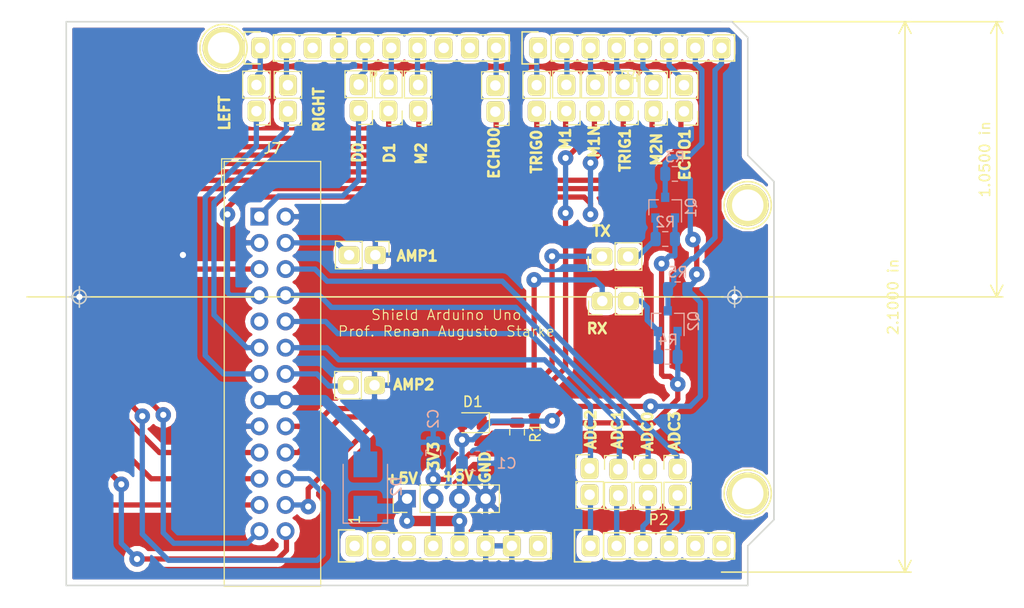
<source format=kicad_pcb>
(kicad_pcb (version 20171130) (host pcbnew 5.0.2+dfsg1-1)
  (title_block (date "lun. 30 mars 2015"))
  (layers (0 F.Cu signal) (31 B.Cu signal) (34 B.Paste user) (35 F.Paste user) (36 B.SilkS user) (37 F.SilkS user) (38 B.Mask user) (39 F.Mask user) (44 Edge.Cuts user))
  (net 0 "")
  (net 1 /IOREF)
  (net 2 /Reset)
  (net 3 +5V)
  (net 4 GND)
  (net 5 /Vin)
  (net 6 /AREF)
  (net 7 "Net-(P6-Pad1)")
  (net 8 "Net-(P7-Pad1)")
  (net 9 "Net-(P8-Pad1)")
  (net 10 "Net-(P1-Pad1)")
  (net 11 +3V3)
  (net 12 A3)
  (net 13 ADC3)
  (net 14 13)
  (net 15 12)
  (net 16 11)
  (net 17 10)
  (net 18 9)
  (net 19 8)
  (net 20 7)
  (net 21 6)
  (net 22 5)
  (net 23 4)
  (net 24 3)
  (net 25 2)
  (net 26 Tx)
  (net 27 Rx)
  (net 28 A0)
  (net 29 A1)
  (net 30 A2)
  (net 31 ADC0)
  (net 32 Trig0)
  (net 33 L_TCRT)
  (net 34 ADC1)
  (net 35 Echo0)
  (net 36 R_TCRT)
  (net 37 Echo1)
  (net 38 RXB)
  (net 39 PWM2)
  (net 40 Trig1)
  (net 41 TXB)
  (net 42 PWM1N)
  (net 43 D0)
  (net 44 D1)
  (net 45 ADC2)
  (net 46 PWM1)
  (net 47 PWM2N)
  (net 48 AMP1)
  (net 49 AMP2)
  (net 50 "A5(SCL)")
  (net 51 "A4(SDA)")
  (net 52 "Net-(D1-Pad1)")
  (net 53 "Net-(J17-Pad2)")
  (net 54 "Net-(J18-Pad2)")
  (net 55 +5VP)
  (net 56 "Net-(J7-Pad9)")
  (module Connector_IDC:IDC-Header_2x13_P2.54mm_Vertical (layer F.Cu) (at 129.70764 91.91752)
    (fp_text reference J7 (at 1.27 -6.604) (layer F.SilkS))
    (fp_text value Conn_02x13_Odd_Even)
    (pad 1 thru_hole rect (at 0 0) (size 1.7272 1.7272) (drill 1.016) (layers *.Cu *.Mask) (net 43 D0))
    (pad 2 thru_hole oval (at 2.54 0) (size 1.7272 1.7272) (drill 1.016) (layers *.Cu *.Mask) (net 4 GND))
    (pad 3 thru_hole oval (at 0 2.54) (size 1.7272 1.7272) (drill 1.016) (layers *.Cu *.Mask) (net 4 GND))
    (pad 4 thru_hole oval (at 2.54 2.54) (size 1.7272 1.7272) (drill 1.016) (layers *.Cu *.Mask) (net 48 AMP1))
    (pad 5 thru_hole oval (at 0 5.08) (size 1.7272 1.7272) (drill 1.016) (layers *.Cu *.Mask) (net 37 Echo1))
    (pad 6 thru_hole oval (at 2.54 5.08) (size 1.7272 1.7272) (drill 1.016) (layers *.Cu *.Mask) (net 13 ADC3))
    (pad 7 thru_hole oval (at 0 7.62) (size 1.7272 1.7272) (drill 1.016) (layers *.Cu *.Mask) (net 40 Trig1))
    (pad 8 thru_hole oval (at 2.54 7.62) (size 1.7272 1.7272) (drill 1.016) (layers *.Cu *.Mask) (net 31 ADC0))
    (pad 9 thru_hole oval (at 0 10.16) (size 1.7272 1.7272) (drill 1.016) (layers *.Cu *.Mask) (net 56 "Net-(J7-Pad9)"))
    (pad 10 thru_hole oval (at 2.54 10.16) (size 1.7272 1.7272) (drill 1.016) (layers *.Cu *.Mask) (net 34 ADC1))
    (pad 11 thru_hole oval (at 0 12.7) (size 1.7272 1.7272) (drill 1.016) (layers *.Cu *.Mask) (net 36 R_TCRT))
    (pad 12 thru_hole oval (at 2.54 12.7) (size 1.7272 1.7272) (drill 1.016) (layers *.Cu *.Mask) (net 45 ADC2))
    (pad 13 thru_hole oval (at 0 15.24) (size 1.7272 1.7272) (drill 1.016) (layers *.Cu *.Mask) (net 33 L_TCRT))
    (pad 14 thru_hole oval (at 2.54 15.24) (size 1.7272 1.7272) (drill 1.016) (layers *.Cu *.Mask) (net 49 AMP2))
    (pad 15 thru_hole oval (at 0 17.78) (size 1.7272 1.7272) (drill 1.016) (layers *.Cu *.Mask) (net 55 +5VP))
    (pad 16 thru_hole oval (at 2.54 17.78) (size 1.7272 1.7272) (drill 1.016) (layers *.Cu *.Mask) (net 55 +5VP))
    (pad 17 thru_hole oval (at 0 20.32) (size 1.7272 1.7272) (drill 1.016) (layers *.Cu *.Mask) (net 4 GND))
    (pad 18 thru_hole oval (at 2.54 20.32) (size 1.7272 1.7272) (drill 1.016) (layers *.Cu *.Mask) (net 41 TXB))
    (pad 19 thru_hole oval (at 0 22.86) (size 1.7272 1.7272) (drill 1.016) (layers *.Cu *.Mask) (net 32 Trig0))
    (pad 20 thru_hole oval (at 2.54 22.86) (size 1.7272 1.7272) (drill 1.016) (layers *.Cu *.Mask) (net 38 RXB))
    (pad 21 thru_hole oval (at 0 25.4) (size 1.7272 1.7272) (drill 1.016) (layers *.Cu *.Mask) (net 35 Echo0))
    (pad 22 thru_hole oval (at 2.54 25.4) (size 1.7272 1.7272) (drill 1.016) (layers *.Cu *.Mask) (net 46 PWM1))
    (pad 23 thru_hole oval (at 0 27.94) (size 1.7272 1.7272) (drill 1.016) (layers *.Cu *.Mask) (net 44 D1))
    (pad 24 thru_hole oval (at 2.54 27.94) (size 1.7272 1.7272) (drill 1.016) (layers *.Cu *.Mask) (net 42 PWM1N))
    (pad 25 thru_hole oval (at 0 30.48) (size 1.7272 1.7272) (drill 1.016) (layers *.Cu *.Mask) (net 47 PWM2N))
    (pad 26 thru_hole oval (at 2.54 30.48) (size 1.7272 1.7272) (drill 1.016) (layers *.Cu *.Mask) (net 39 PWM2))
  )
  (module Diode_SMD:D_SMB (layer B.Cu) (at 139.9794 118.0719 90)
    (fp_text reference D2 (at 0 3 90) (layer B.SilkS) (effects (justify mirror)))
    (fp_text value D_Schottky)
    (pad 1 smd rect (at -2.15 0 90) (size 2.5 2.3) (layers B.Cu B.Paste B.Mask) (net 3 +5V))
    (pad 2 smd rect (at 2.15 0 90) (size 2.5 2.3) (layers B.Cu B.Paste B.Mask) (net 55 +5VP))
  )
  (module Connector_PinHeader_2.54mm:PinHeader_1x02_P2.54mm_Vertical (layer F.Cu) (at 162.908 95.785 90)
    (fp_text reference J17 hide)
    (fp_text value Conn_01x02_Male)
    (pad 2 thru_hole roundrect (at 0 2.54 90) (size 1.7272 2.032) (drill 1.016) (layers *.Cu *.Mask F.SilkS) (net 53 "Net-(J17-Pad2)"))
    (pad 1 thru_hole roundrect (at 0 0 90) (size 1.7272 2.032) (drill 1.016) (layers *.Cu *.Mask F.SilkS) (net 38 RXB))
  )
  (module Connector_PinHeader_2.54mm:PinHeader_1x02_P2.54mm_Vertical (layer F.Cu) (at 159.458 81.685 180)
    (fp_text reference J21 hide)
    (fp_text value Conn_01x02_Male)
    (pad 1 thru_hole roundrect (at 0 0 180) (size 1.7272 2.032) (drill 1.016) (layers *.Cu *.Mask F.SilkS) (net 46 PWM1))
    (pad 2 thru_hole roundrect (at 0 2.54 180) (size 1.7272 2.032) (drill 1.016) (layers *.Cu *.Mask F.SilkS) (net 21 6))
  )
  (module Connector_PinHeader_2.54mm:PinHeader_1x02_P2.54mm_Vertical (layer F.Cu) (at 145.098 81.695 180)
    (fp_text reference J19 hide)
    (fp_text value Conn_01x02_Male)
    (pad 2 thru_hole roundrect (at 0 2.54 180) (size 1.7272 2.032) (drill 1.016) (layers *.Cu *.Mask F.SilkS) (net 16 11))
    (pad 1 thru_hole roundrect (at 0 0 180) (size 1.7272 2.032) (drill 1.016) (layers *.Cu *.Mask F.SilkS) (net 39 PWM2))
  )
  (module Connector_PinHeader_2.54mm:PinHeader_1x02_P2.54mm_Vertical (layer F.Cu) (at 170.858 81.715 180)
    (fp_text reference J10 hide)
    (fp_text value Conn_01x02_Male)
    (pad 1 thru_hole roundrect (at 0 0 180) (size 1.7272 2.032) (drill 1.016) (layers *.Cu *.Mask F.SilkS) (net 37 Echo1))
    (pad 2 thru_hole roundrect (at 0 2.54 180) (size 1.7272 2.032) (drill 1.016) (layers *.Cu *.Mask F.SilkS) (net 25 2))
  )
  (module Connector_PinHeader_2.54mm:PinHeader_1x02_P2.54mm_Vertical (layer F.Cu) (at 167.358 116.405)
    (fp_text reference J1 hide)
    (fp_text value Conn_01x02_Male)
    (pad 2 thru_hole roundrect (at 0 2.54) (size 1.7272 2.032) (drill 1.016) (layers *.Cu *.Mask F.SilkS) (net 30 A2))
    (pad 1 thru_hole roundrect (at 0 0) (size 1.7272 2.032) (drill 1.016) (layers *.Cu *.Mask F.SilkS) (net 31 ADC0))
  )
  (module Connector_PinHeader_2.54mm:PinHeader_1x02_P2.54mm_Vertical (layer F.Cu) (at 164.488 116.405)
    (fp_text reference J2 hide)
    (fp_text value Conn_01x02_Male)
    (pad 1 thru_hole roundrect (at 0 0) (size 1.7272 2.032) (drill 1.016) (layers *.Cu *.Mask F.SilkS) (net 34 ADC1))
    (pad 2 thru_hole roundrect (at 0 2.54) (size 1.7272 2.032) (drill 1.016) (layers *.Cu *.Mask F.SilkS) (net 29 A1))
  )
  (module Connector_PinHeader_2.54mm:PinHeader_1x02_P2.54mm_Vertical (layer F.Cu) (at 161.718 116.325)
    (fp_text reference J3 hide)
    (fp_text value Conn_01x02_Male)
    (pad 2 thru_hole roundrect (at 0 2.54) (size 1.7272 2.032) (drill 1.016) (layers *.Cu *.Mask F.SilkS) (net 28 A0))
    (pad 1 thru_hole roundrect (at 0 0) (size 1.7272 2.032) (drill 1.016) (layers *.Cu *.Mask F.SilkS) (net 45 ADC2))
  )
  (module Connector_PinHeader_2.54mm:PinHeader_1x02_P2.54mm_Vertical (layer F.Cu) (at 170.248 116.395)
    (fp_text reference J4 hide)
    (fp_text value Conn_01x02_Male)
    (pad 1 thru_hole roundrect (at 0 0) (size 1.7272 2.032) (drill 1.016) (layers *.Cu *.Mask F.SilkS) (net 13 ADC3))
    (pad 2 thru_hole roundrect (at 0 2.54) (size 1.7272 2.032) (drill 1.016) (layers *.Cu *.Mask F.SilkS) (net 12 A3))
  )
  (module Connector_PinHeader_2.54mm:PinHeader_1x02_P2.54mm_Vertical (layer F.Cu) (at 140.948 95.645 270)
    (fp_text reference J5 hide)
    (fp_text value Conn_01x02_Male)
    (pad 2 thru_hole roundrect (at 0 2.54 270) (size 1.7272 2.032) (drill 1.016) (layers *.Cu *.Mask F.SilkS) (net 48 AMP1))
    (pad 1 thru_hole roundrect (at 0 0 270) (size 1.7272 2.032) (drill 1.016) (layers *.Cu *.Mask F.SilkS) (net 4 GND))
  )
  (module Connector_PinHeader_2.54mm:PinHeader_1x02_P2.54mm_Vertical (layer F.Cu) (at 140.868 108.255 270)
    (fp_text reference J6 hide)
    (fp_text value Conn_01x02_Male)
    (pad 1 thru_hole roundrect (at 0 0 270) (size 1.7272 2.032) (drill 1.016) (layers *.Cu *.Mask F.SilkS) (net 4 GND))
    (pad 2 thru_hole roundrect (at 0 2.54 270) (size 1.7272 2.032) (drill 1.016) (layers *.Cu *.Mask F.SilkS) (net 49 AMP2))
  )
  (module Connector_PinHeader_2.54mm:PinHeader_1x02_P2.54mm_Vertical (layer F.Cu) (at 132.478 81.715 180)
    (fp_text reference J8 hide)
    (fp_text value Conn_01x02_Male)
    (pad 2 thru_hole roundrect (at 0 2.54 180) (size 1.7272 2.032) (drill 1.016) (layers *.Cu *.Mask F.SilkS) (net 51 "A4(SDA)"))
    (pad 1 thru_hole roundrect (at 0 0 180) (size 1.7272 2.032) (drill 1.016) (layers *.Cu *.Mask F.SilkS) (net 36 R_TCRT))
  )
  (module Connector_PinHeader_2.54mm:PinHeader_1x02_P2.54mm_Vertical (layer F.Cu) (at 129.428 81.695 180)
    (fp_text reference J9 hide)
    (fp_text value Conn_01x02_Male)
    (pad 1 thru_hole roundrect (at 0 0 180) (size 1.7272 2.032) (drill 1.016) (layers *.Cu *.Mask F.SilkS) (net 33 L_TCRT))
    (pad 2 thru_hole roundrect (at 0 2.54 180) (size 1.7272 2.032) (drill 1.016) (layers *.Cu *.Mask F.SilkS) (net 50 "A5(SCL)"))
  )
  (module Connector_PinHeader_2.54mm:PinHeader_1x02_P2.54mm_Vertical (layer F.Cu) (at 152.578 81.745 180)
    (fp_text reference J11 hide)
    (fp_text value Conn_01x02_Male)
    (pad 2 thru_hole roundrect (at 0 2.54 180) (size 1.7272 2.032) (drill 1.016) (layers *.Cu *.Mask F.SilkS) (net 19 8))
    (pad 1 thru_hole roundrect (at 0 0 180) (size 1.7272 2.032) (drill 1.016) (layers *.Cu *.Mask F.SilkS) (net 35 Echo0))
  )
  (module Connector_PinHeader_2.54mm:PinHeader_1x02_P2.54mm_Vertical (layer F.Cu) (at 156.588 81.715 180)
    (fp_text reference J12 hide)
    (fp_text value Conn_01x02_Male)
    (pad 1 thru_hole roundrect (at 0 0 180) (size 1.7272 2.032) (drill 1.016) (layers *.Cu *.Mask F.SilkS) (net 32 Trig0))
    (pad 2 thru_hole roundrect (at 0 2.54 180) (size 1.7272 2.032) (drill 1.016) (layers *.Cu *.Mask F.SilkS) (net 20 7))
  )
  (module Connector_PinHeader_2.54mm:PinHeader_1x02_P2.54mm_Vertical (layer F.Cu) (at 165.098 81.665 180)
    (fp_text reference J13 hide)
    (fp_text value Conn_01x02_Male)
    (pad 2 thru_hole roundrect (at 0 2.54 180) (size 1.7272 2.032) (drill 1.016) (layers *.Cu *.Mask F.SilkS) (net 23 4))
    (pad 1 thru_hole roundrect (at 0 0 180) (size 1.7272 2.032) (drill 1.016) (layers *.Cu *.Mask F.SilkS) (net 40 Trig1))
  )
  (module Connector_PinHeader_2.54mm:PinHeader_1x02_P2.54mm_Vertical (layer F.Cu) (at 139.338 81.655 180)
    (fp_text reference J14 hide)
    (fp_text value Conn_01x02_Male)
    (pad 1 thru_hole roundrect (at 0 0 180) (size 1.7272 2.032) (drill 1.016) (layers *.Cu *.Mask F.SilkS) (net 43 D0))
    (pad 2 thru_hole roundrect (at 0 2.54 180) (size 1.7272 2.032) (drill 1.016) (layers *.Cu *.Mask F.SilkS) (net 14 13))
  )
  (module Connector_PinHeader_2.54mm:PinHeader_1x02_P2.54mm_Vertical (layer F.Cu) (at 167.918 81.715 180)
    (fp_text reference J15 hide)
    (fp_text value Conn_01x02_Male)
    (pad 2 thru_hole roundrect (at 0 2.54 180) (size 1.7272 2.032) (drill 1.016) (layers *.Cu *.Mask F.SilkS) (net 24 3))
    (pad 1 thru_hole roundrect (at 0 0 180) (size 1.7272 2.032) (drill 1.016) (layers *.Cu *.Mask F.SilkS) (net 47 PWM2N))
  )
  (module Connector_PinHeader_2.54mm:PinHeader_1x02_P2.54mm_Vertical (layer F.Cu) (at 142.218 81.675 180)
    (fp_text reference J16 hide)
    (fp_text value Conn_01x02_Male)
    (pad 1 thru_hole roundrect (at 0 0 180) (size 1.7272 2.032) (drill 1.016) (layers *.Cu *.Mask F.SilkS) (net 44 D1))
    (pad 2 thru_hole roundrect (at 0 2.54 180) (size 1.7272 2.032) (drill 1.016) (layers *.Cu *.Mask F.SilkS) (net 15 12))
  )
  (module Connector_PinHeader_2.54mm:PinHeader_1x02_P2.54mm_Vertical (layer F.Cu) (at 162.938 100.095 90)
    (fp_text reference J18 hide)
    (fp_text value Conn_01x02_Male)
    (pad 2 thru_hole roundrect (at 0 2.54 90) (size 1.7272 2.032) (drill 1.016) (layers *.Cu *.Mask F.SilkS) (net 54 "Net-(J18-Pad2)"))
    (pad 1 thru_hole roundrect (at 0 0 90) (size 1.7272 2.032) (drill 1.016) (layers *.Cu *.Mask F.SilkS) (net 41 TXB))
  )
  (module Connector_PinHeader_2.54mm:PinHeader_1x02_P2.54mm_Vertical (layer F.Cu) (at 162.258 81.685 180)
    (fp_text reference J20 hide)
    (fp_text value Conn_01x02_Male)
    (pad 1 thru_hole roundrect (at 0 0 180) (size 1.7272 2.032) (drill 1.016) (layers *.Cu *.Mask F.SilkS) (net 42 PWM1N))
    (pad 2 thru_hole roundrect (at 0 2.54 180) (size 1.7272 2.032) (drill 1.016) (layers *.Cu *.Mask F.SilkS) (net 22 5))
  )
  (module Package_TO_SOT_SMD:SOT-23 (layer B.Cu) (at 169.038 91.045 90)
    (fp_text reference Q1 (at 0 2.5 90) (layer B.SilkS) (effects (justify mirror)))
    (fp_text value 2N7002)
    (pad 3 smd rect (at 1 0 90) (size 0.9 0.8) (layers B.Cu B.Paste B.Mask) (net 26 Tx))
    (pad 2 smd rect (at -1 -0.95 90) (size 0.9 0.8) (layers B.Cu B.Paste B.Mask) (net 53 "Net-(J17-Pad2)"))
    (pad 1 smd rect (at -1 0.95 90) (size 0.9 0.8) (layers B.Cu B.Paste B.Mask) (net 11 +3V3))
  )
  (module Package_TO_SOT_SMD:SOT-23 (layer B.Cu) (at 169.288 102.045 90)
    (fp_text reference Q2 (at 0 2.5 90) (layer B.SilkS) (effects (justify mirror)))
    (fp_text value 2N7002)
    (pad 1 smd rect (at -1 0.95 90) (size 0.9 0.8) (layers B.Cu B.Paste B.Mask) (net 11 +3V3))
    (pad 2 smd rect (at -1 -0.95 90) (size 0.9 0.8) (layers B.Cu B.Paste B.Mask) (net 54 "Net-(J18-Pad2)"))
    (pad 3 smd rect (at 1 0 90) (size 0.9 0.8) (layers B.Cu B.Paste B.Mask) (net 27 Rx))
  )
  (module Resistor_SMD:R_0805_2012Metric (layer B.Cu) (at 169.3055 105.505 180)
    (fp_text reference R4 (at 0 1.65 180) (layer B.SilkS) (effects (justify mirror)))
    (fp_text value 2k2)
    (pad 2 smd roundrect (at 0.9375 0 180) (size 0.975 1.4) (layers B.Cu B.Paste B.Mask) (net 54 "Net-(J18-Pad2)"))
    (pad 1 smd roundrect (at -0.9375 0 180) (size 0.975 1.4) (layers B.Cu B.Paste B.Mask) (net 11 +3V3))
  )
  (module Resistor_SMD:R_0805_2012Metric (layer B.Cu) (at 169.978 87.775 180)
    (fp_text reference R3 (at 0 1.65 180) (layer B.SilkS) (effects (justify mirror)))
    (fp_text value 2k2)
    (pad 1 smd roundrect (at -0.9375 0 180) (size 0.975 1.4) (layers B.Cu B.Paste B.Mask) (net 3 +5V))
    (pad 2 smd roundrect (at 0.9375 0 180) (size 0.975 1.4) (layers B.Cu B.Paste B.Mask) (net 26 Tx))
  )
  (module Resistor_SMD:R_0805_2012Metric (layer B.Cu) (at 169.0455 94.085 180)
    (fp_text reference R2 (at 0 1.65 180) (layer B.SilkS) (effects (justify mirror)))
    (fp_text value 2k2)
    (pad 2 smd roundrect (at 0.9375 0 180) (size 0.975 1.4) (layers B.Cu B.Paste B.Mask) (net 53 "Net-(J17-Pad2)"))
    (pad 1 smd roundrect (at -0.9375 0 180) (size 0.975 1.4) (layers B.Cu B.Paste B.Mask) (net 11 +3V3))
  )
  (module Resistor_SMD:R_0805_2012Metric (layer B.Cu) (at 170.2505 98.955 180)
    (fp_text reference R5 (at 0 1.65 180) (layer B.SilkS) (effects (justify mirror)))
    (fp_text value 2k2)
    (pad 1 smd roundrect (at -0.9375 0 180) (size 0.975 1.4) (layers B.Cu B.Paste B.Mask) (net 3 +5V))
    (pad 2 smd roundrect (at 0.9375 0 180) (size 0.975 1.4) (layers B.Cu B.Paste B.Mask) (net 27 Rx))
  )
  (module Capacitor_SMD:C_0805_2012Metric_Pad1.15x1.40mm_HandSolder (layer B.Cu) (at 150.368 115.824)
    (fp_text reference C1 (at 3.302 0) (layer B.SilkS) (effects (justify mirror)))
    (fp_text value 100n)
    (pad 1 smd roundrect (at -1.025 0) (size 1.15 1.4) (layers B.Cu B.Paste B.Mask) (roundrect_rratio 0.217391) (net 3 +5V))
    (pad 2 smd roundrect (at 1.025 0) (size 1.15 1.4) (layers B.Cu B.Paste B.Mask) (roundrect_rratio 0.217391) (net 4 GND))
  )
  (module LED_SMD:LED_0805_2012Metric (layer F.Cu) (at 150.3195 111.887 180)
    (fp_text reference D1 (at -0.0739 2.032 180) (layer F.SilkS))
    (fp_text value LED)
    (pad 1 smd roundrect (at -0.9375 0 180) (size 0.975 1.4) (layers F.Cu F.Paste F.Mask) (net 52 "Net-(D1-Pad1)"))
    (pad 2 smd roundrect (at 0.9375 0 180) (size 0.975 1.4) (layers F.Cu F.Paste F.Mask) (net 3 +5V))
  )
  (module Resistor_SMD:R_0805_2012Metric (layer F.Cu) (at 154.686 112.8245 270)
    (fp_text reference R1 (at 0.0277 -1.778 270) (layer F.SilkS))
    (fp_text value R)
    (pad 1 smd roundrect (at -0.9375 0 270) (size 0.975 1.4) (layers F.Cu F.Paste F.Mask) (net 52 "Net-(D1-Pad1)"))
    (pad 2 smd roundrect (at 0.9375 0 270) (size 0.975 1.4) (layers F.Cu F.Paste F.Mask) (net 4 GND))
  )
  (module Connector_PinHeader_2.54mm:PinHeader_1x04_P2.54mm_Vertical (layer F.Cu) (at 144.018 119.253 90)
    (fp_text reference J23 hide)
    (fp_text value Conn_01x04_Male)
    (pad 1 thru_hole rect (at 0 0 90) (size 1.7 1.7) (drill 1) (layers *.Cu *.Mask) (net 3 +5V))
    (pad 2 thru_hole circle (at 0 2.54 90) (size 2 2) (drill 1) (layers *.Cu *.Mask) (net 11 +3V3))
    (pad 3 thru_hole circle (at 0 5.08 90) (size 2 2) (drill 1) (layers *.Cu *.Mask) (net 3 +5V))
    (pad 4 thru_hole circle (at 0 7.62 90) (size 2 2) (drill 1) (layers *.Cu *.Mask) (net 4 GND))
  )
  (module Capacitor_SMD:C_0805_2012Metric_Pad1.15x1.40mm_HandSolder (layer B.Cu) (at 146.558 114.808 90)
    (fp_text reference C2 (at 3.302 0 90) (layer B.SilkS) (effects (justify mirror)))
    (fp_text value 100n)
    (pad 1 smd roundrect (at -1.025 0 90) (size 1.15 1.4) (layers B.Cu B.Paste B.Mask) (roundrect_rratio 0.217391) (net 11 +3V3))
    (pad 2 smd roundrect (at 1.025 0 90) (size 1.15 1.4) (layers B.Cu B.Paste B.Mask) (roundrect_rratio 0.217391) (net 4 GND))
  )
  (module Socket_Arduino_Uno:Arduino_1pin (layer F.Cu) (at 177.038 90.805)
    (fp_text reference P8 hide)
    (fp_text value CONN_01X01 hide)
    (pad 1 thru_hole circle (at 0 0) (size 4.064 4.064) (drill 3.048) (layers *.Cu *.Mask F.SilkS) (net 9 "Net-(P8-Pad1)"))
  )
  (module Socket_Arduino_Uno:Arduino_1pin (layer F.Cu) (at 126.238 75.565)
    (fp_text reference P7 hide)
    (fp_text value CONN_01X01 hide)
    (pad 1 thru_hole circle (at 0 0) (size 4.064 4.064) (drill 3.048) (layers *.Cu *.Mask F.SilkS) (net 8 "Net-(P7-Pad1)"))
  )
  (module Socket_Arduino_Uno:Arduino_1pin (layer F.Cu) (at 177.038 118.745)
    (fp_text reference P6 hide)
    (fp_text value CONN_01X01 hide)
    (pad 1 thru_hole circle (at 0 0) (size 4.064 4.064) (drill 3.048) (layers *.Cu *.Mask F.SilkS) (net 7 "Net-(P6-Pad1)"))
  )
  (module Socket_Arduino_Uno:Socket_Strip_Arduino_1x08 (layer F.Cu) (at 156.718 75.565)
    (fp_text reference P4 (at 8.89 2.794) (layer F.SilkS))
    (fp_text value Digital)
    (pad 1 thru_hole roundrect (at 0 0) (size 1.7272 2.032) (drill 1.016) (layers *.Cu *.Mask F.SilkS) (net 20 7))
    (pad 2 thru_hole roundrect (at 2.54 0) (size 1.7272 2.032) (drill 1.016) (layers *.Cu *.Mask F.SilkS) (net 21 6))
    (pad 3 thru_hole roundrect (at 5.08 0) (size 1.7272 2.032) (drill 1.016) (layers *.Cu *.Mask F.SilkS) (net 22 5))
    (pad 4 thru_hole roundrect (at 7.62 0) (size 1.7272 2.032) (drill 1.016) (layers *.Cu *.Mask F.SilkS) (net 23 4))
    (pad 5 thru_hole roundrect (at 10.16 0) (size 1.7272 2.032) (drill 1.016) (layers *.Cu *.Mask F.SilkS) (net 24 3))
    (pad 6 thru_hole roundrect (at 12.7 0) (size 1.7272 2.032) (drill 1.016) (layers *.Cu *.Mask F.SilkS) (net 25 2))
    (pad 7 thru_hole roundrect (at 15.24 0) (size 1.7272 2.032) (drill 1.016) (layers *.Cu *.Mask F.SilkS) (net 26 Tx))
    (pad 8 thru_hole roundrect (at 17.78 0) (size 1.7272 2.032) (drill 1.016) (layers *.Cu *.Mask F.SilkS) (net 27 Rx))
  )
  (module Socket_Arduino_Uno:Socket_Strip_Arduino_1x10 (layer F.Cu) (at 129.794 75.565)
    (fp_text reference P3 (at 11.43 2.794) (layer F.SilkS))
    (fp_text value Digital)
    (pad 1 thru_hole roundrect (at 0 0) (size 1.7272 2.032) (drill 1.016) (layers *.Cu *.Mask F.SilkS) (net 50 "A5(SCL)"))
    (pad 2 thru_hole roundrect (at 2.54 0) (size 1.7272 2.032) (drill 1.016) (layers *.Cu *.Mask F.SilkS) (net 51 "A4(SDA)"))
    (pad 3 thru_hole roundrect (at 5.08 0) (size 1.7272 2.032) (drill 1.016) (layers *.Cu *.Mask F.SilkS) (net 6 /AREF))
    (pad 4 thru_hole roundrect (at 7.62 0) (size 1.7272 2.032) (drill 1.016) (layers *.Cu *.Mask F.SilkS) (net 4 GND))
    (pad 5 thru_hole roundrect (at 10.16 0) (size 1.7272 2.032) (drill 1.016) (layers *.Cu *.Mask F.SilkS) (net 14 13))
    (pad 6 thru_hole roundrect (at 12.7 0) (size 1.7272 2.032) (drill 1.016) (layers *.Cu *.Mask F.SilkS) (net 15 12))
    (pad 7 thru_hole roundrect (at 15.24 0) (size 1.7272 2.032) (drill 1.016) (layers *.Cu *.Mask F.SilkS) (net 16 11))
    (pad 8 thru_hole roundrect (at 17.78 0) (size 1.7272 2.032) (drill 1.016) (layers *.Cu *.Mask F.SilkS) (net 17 10))
    (pad 9 thru_hole roundrect (at 20.32 0) (size 1.7272 2.032) (drill 1.016) (layers *.Cu *.Mask F.SilkS) (net 18 9))
    (pad 10 thru_hole roundrect (at 22.86 0) (size 1.7272 2.032) (drill 1.016) (layers *.Cu *.Mask F.SilkS) (net 19 8))
  )
  (module Socket_Arduino_Uno:Socket_Strip_Arduino_1x06 (layer F.Cu) (at 161.798 123.825)
    (fp_text reference P2 (at 6.604 -2.54) (layer F.SilkS))
    (fp_text value Analog)
    (pad 1 thru_hole roundrect (at 0 0) (size 1.7272 2.032) (drill 1.016) (layers *.Cu *.Mask F.SilkS) (net 28 A0))
    (pad 2 thru_hole roundrect (at 2.54 0) (size 1.7272 2.032) (drill 1.016) (layers *.Cu *.Mask F.SilkS) (net 29 A1))
    (pad 3 thru_hole roundrect (at 5.08 0) (size 1.7272 2.032) (drill 1.016) (layers *.Cu *.Mask F.SilkS) (net 30 A2))
    (pad 4 thru_hole roundrect (at 7.62 0) (size 1.7272 2.032) (drill 1.016) (layers *.Cu *.Mask F.SilkS) (net 12 A3))
    (pad 5 thru_hole roundrect (at 10.16 0) (size 1.7272 2.032) (drill 1.016) (layers *.Cu *.Mask F.SilkS) (net 51 "A4(SDA)"))
    (pad 6 thru_hole roundrect (at 12.7 0) (size 1.7272 2.032) (drill 1.016) (layers *.Cu *.Mask F.SilkS) (net 50 "A5(SCL)"))
  )
  (module Socket_Arduino_Uno:Socket_Strip_Arduino_1x08 (layer F.Cu) (at 138.938 123.825)
    (fp_text reference P1 hide)
    (fp_text value Power)
    (pad 1 thru_hole roundrect (at 0 0) (size 1.7272 2.032) (drill 1.016) (layers *.Cu *.Mask F.SilkS) (net 10 "Net-(P1-Pad1)"))
    (pad 2 thru_hole roundrect (at 2.54 0) (size 1.7272 2.032) (drill 1.016) (layers *.Cu *.Mask F.SilkS) (net 1 /IOREF))
    (pad 3 thru_hole roundrect (at 5.08 0) (size 1.7272 2.032) (drill 1.016) (layers *.Cu *.Mask F.SilkS) (net 2 /Reset))
    (pad 4 thru_hole roundrect (at 7.62 0) (size 1.7272 2.032) (drill 1.016) (layers *.Cu *.Mask F.SilkS) (net 11 +3V3))
    (pad 5 thru_hole roundrect (at 10.16 0) (size 1.7272 2.032) (drill 1.016) (layers *.Cu *.Mask F.SilkS) (net 3 +5V))
    (pad 6 thru_hole roundrect (at 12.7 0) (size 1.7272 2.032) (drill 1.016) (layers *.Cu *.Mask F.SilkS) (net 4 GND))
    (pad 7 thru_hole roundrect (at 15.24 0) (size 1.7272 2.032) (drill 1.016) (layers *.Cu *.Mask F.SilkS) (net 4 GND))
    (pad 8 thru_hole roundrect (at 17.78 0) (size 1.7272 2.032) (drill 1.016) (layers *.Cu *.Mask F.SilkS) (net 5 /Vin))
  )
  (gr_text "Shield Arduino Uno\nProf. Renan Augusto Starke" (at 147.828 102.235) (layer F.SilkS) (effects (font (size 1 1) (thickness 0.1))))
  (gr_text GND (at 151.5872 116.205 90) (layer F.SilkS) (effects (font (size 1 1) (thickness 0.25))))
  (gr_text +5V (at 148.9456 117.0178) (layer F.SilkS) (effects (font (size 1 1) (thickness 0.25))))
  (gr_text 3V3 (at 146.5961 115.1382 90) (layer F.SilkS) (effects (font (size 1 1) (thickness 0.25))))
  (gr_text +5V (at 143.51 117.2718) (layer F.SilkS) (effects (font (size 1 1) (thickness 0.25))))
  (gr_text ADC3 (at 169.9514 112.6998 90) (layer F.SilkS) (effects (font (size 1 1) (thickness 0.25))))
  (gr_text ADC0 (at 167.3352 112.7252 90) (layer F.SilkS) (effects (font (size 1 1) (thickness 0.25))))
  (gr_text ADC1 (at 164.4142 112.5474 90) (layer F.SilkS) (effects (font (size 1 1) (thickness 0.25))))
  (gr_text ADC2 (at 161.8234 112.5474 90) (layer F.SilkS) (effects (font (size 1 1) (thickness 0.25))))
  (gr_text M1N (at 162.1536 84.6328 90) (layer F.SilkS) (effects (font (size 1 1) (thickness 0.25))))
  (gr_text M1 (at 159.3596 84.3788 90) (layer F.SilkS) (effects (font (size 1 1) (thickness 0.25))))
  (gr_text LEFT (at 126.32944 81.87944 90) (layer F.SilkS) (effects (font (size 1 1) (thickness 0.25))))
  (gr_text RIGHT (at 135.46836 81.54924 90) (layer F.SilkS) (effects (font (size 1 1) (thickness 0.25))))
  (gr_text D0 (at 139.2555 85.7123 90) (layer F.SilkS) (effects (font (size 1 1) (thickness 0.25))))
  (gr_text D1 (at 142.3162 85.7504 90) (layer F.SilkS) (effects (font (size 1 1) (thickness 0.25))))
  (gr_text M2 (at 145.3896 85.8012 90) (layer F.SilkS) (effects (font (size 1 1) (thickness 0.25))))
  (gr_text TRIG0 (at 156.5656 85.6234 90) (layer F.SilkS) (effects (font (size 1 1) (thickness 0.25))))
  (gr_text ECHO0 (at 152.4508 85.7504 90) (layer F.SilkS) (effects (font (size 1 1) (thickness 0.25))))
  (gr_text TRIG1 (at 165.1508 85.471 90) (layer F.SilkS) (effects (font (size 1 1) (thickness 0.25))))
  (gr_text M2N (at 168.1988 85.3948 90) (layer F.SilkS) (effects (font (size 1 1) (thickness 0.25))))
  (gr_text ECHO1 (at 170.942 85.9028 90) (layer F.SilkS) (effects (font (size 1 1) (thickness 0.25))))
  (gr_text RX (at 162.433 102.7684) (layer F.SilkS) (effects (font (size 1 1) (thickness 0.25))))
  (gr_text TX (at 162.8648 93.3196) (layer F.SilkS) (effects (font (size 1 1) (thickness 0.25))))
  (gr_text AMP2 (at 144.6784 108.204) (layer F.SilkS) (effects (font (size 1 1) (thickness 0.25))))
  (gr_text AMP1 (at 145.0086 95.7326) (layer F.SilkS) (effects (font (size 1 1) (thickness 0.25))))
  (target plus (at 112.268 99.695) (size 2) (width 0.15) (layer Edge.Cuts))
  (target plus (at 175.768 99.695) (size 2) (width 0.15) (layer Edge.Cuts))
  (gr_line (start 177.038 99.695) (end 107.188 99.695) (layer F.SilkS) (width 0.15))
  (dimension 26.67 (width 0.15) (layer F.SilkS) (gr_text "26.670 mm" (at 202.468 86.36 270) (layer F.SilkS) (effects (font (size 1 1) (thickness 0.15)))) (feature1 (pts (xy 174.498 99.695) (xy 201.754421 99.695))) (feature2 (pts (xy 174.498 73.025) (xy 201.754421 73.025))) (crossbar (pts (xy 201.168 73.025) (xy 201.168 99.695))) (arrow1a (pts (xy 201.168 99.695) (xy 200.581579 98.568496))) (arrow1b (pts (xy 201.168 99.695) (xy 201.754421 98.568496))) (arrow2a (pts (xy 201.168 73.025) (xy 200.581579 74.151504))) (arrow2b (pts (xy 201.168 73.025) (xy 201.754421 74.151504))))
  (dimension 53.34 (width 0.15) (layer F.SilkS) (gr_text "53.340 mm" (at 193.578 99.695 270) (layer F.SilkS) (effects (font (size 1 1) (thickness 0.15)))) (feature1 (pts (xy 174.498 126.365) (xy 192.864421 126.365))) (feature2 (pts (xy 174.498 73.025) (xy 192.864421 73.025))) (crossbar (pts (xy 192.278 73.025) (xy 192.278 126.365))) (arrow1a (pts (xy 192.278 126.365) (xy 191.691579 125.238496))) (arrow1b (pts (xy 192.278 126.365) (xy 192.864421 125.238496))) (arrow2a (pts (xy 192.278 73.025) (xy 191.691579 74.151504))) (arrow2b (pts (xy 192.278 73.025) (xy 192.864421 74.151504))))
  (gr_line (start 179.578 88.519) (end 177.038 85.979) (angle 90) (layer Edge.Cuts) (width 0.15))
  (gr_text 1 (at 138.938 121.285 90) (layer F.SilkS) (effects (font (size 1 1))))
  (gr_line (start 177.038 74.549) (end 175.514 73.025) (angle 90) (layer Edge.Cuts) (width 0.15))
  (gr_line (start 177.038 85.979) (end 177.038 74.549) (angle 90) (layer Edge.Cuts) (width 0.15))
  (gr_line (start 179.578 121.285) (end 179.578 88.519) (angle 90) (layer Edge.Cuts) (width 0.15))
  (gr_line (start 177.038 123.825) (end 179.578 121.285) (angle 90) (layer Edge.Cuts) (width 0.15))
  (gr_line (start 177.038 127.6604) (end 177.038 123.825) (angle 90) (layer Edge.Cuts) (width 0.15))
  (gr_line (start 110.998 127.6604) (end 177.038 127.6604) (angle 90) (layer Edge.Cuts) (width 0.15))
  (gr_line (start 110.998 73.025) (end 110.998 127.6604) (angle 90) (layer Edge.Cuts) (width 0.15))
  (gr_line (start 175.514 73.025) (end 110.998 73.025) (angle 90) (layer Edge.Cuts) (width 0.15))
  (segment (start 149.098 119.253) (end 149.098 123.825) (width 0.508) (layer B.Cu) (net 3))
  (segment (start 149.098 119.253) (end 149.098 115.833) (width 0.508) (layer B.Cu) (net 3))
  (via (at 144.018 121.412) (size 1.5) (drill 0.6) (layers F.Cu B.Cu) (net 3))
  (via (at 149.098 121.412) (size 1.5) (drill 0.6) (layers F.Cu B.Cu) (net 3))
  (segment (start 149.343 115.024) (end 149.352 115.015) (width 0.508) (layer B.Cu) (net 3))
  (segment (start 149.343 115.824) (end 149.343 115.024) (width 0.508) (layer B.Cu) (net 3))
  (via (at 149.352 113.538) (size 1.5) (drill 0.6) (layers F.Cu B.Cu) (net 3))
  (segment (start 149.352 115.015) (end 149.352 113.538) (width 0.508) (layer B.Cu) (net 3))
  (segment (start 149.352 111.917) (end 149.382 111.887) (width 0.508) (layer F.Cu) (net 3))
  (segment (start 149.352 113.538) (end 149.352 111.917) (width 0.508) (layer F.Cu) (net 3))
  (segment (start 150.41266 113.538) (end 152.21566 111.735) (width 0.508) (layer B.Cu) (net 3))
  (segment (start 149.352 113.538) (end 150.41266 113.538) (width 0.508) (layer B.Cu) (net 3))
  (segment (start 152.21566 111.735) (end 157.398 111.735) (width 0.508) (layer B.Cu) (net 3))
  (via (at 158.078 111.695) (size 1.5) (drill 0.6) (layers F.Cu B.Cu) (net 3))
  (segment (start 165.408 110.305) (end 167.618 110.305) (width 0.508) (layer F.Cu) (net 3))
  (via (at 167.618 110.305) (size 1.5) (drill 0.6) (layers F.Cu B.Cu) (net 3))
  (segment (start 168.67866 110.305) (end 168.68866 110.295) (width 0.508) (layer B.Cu) (net 3))
  (segment (start 167.618 110.305) (end 168.67866 110.305) (width 0.508) (layer B.Cu) (net 3))
  (segment (start 168.68866 110.295) (end 171.458 110.295) (width 0.508) (layer B.Cu) (net 3))
  (segment (start 171.458 110.295) (end 172.448 109.305) (width 0.508) (layer B.Cu) (net 3))
  (segment (start 172.448 100.215) (end 171.188 98.955) (width 0.508) (layer B.Cu) (net 3))
  (segment (start 172.448 109.305) (end 172.448 100.215) (width 0.508) (layer B.Cu) (net 3))
  (segment (start 170.9155 87.775) (end 171.471737 88.331237) (width 0.508) (layer B.Cu) (net 3))
  (segment (start 171.744237 98.398763) (end 171.744237 98.348763) (width 0.508) (layer B.Cu) (net 3))
  (segment (start 171.188 98.955) (end 171.744237 98.398763) (width 0.508) (layer B.Cu) (net 3))
  (via (at 172.093462 97.500462) (size 1.5) (drill 0.6) (layers F.Cu B.Cu) (net 3))
  (segment (start 171.744237 98.348763) (end 172.093462 97.999538) (width 0.508) (layer B.Cu) (net 3))
  (segment (start 172.093462 97.999538) (end 172.093462 97.500462) (width 0.508) (layer B.Cu) (net 3))
  (segment (start 172.093462 97.500462) (end 172.093462 94.770462) (width 0.508) (layer F.Cu) (net 3))
  (segment (start 171.471737 88.331237) (end 171.471737 94.081263) (width 0.508) (layer B.Cu) (net 3))
  (via (at 171.728 94.135) (size 1.5) (drill 0.6) (layers F.Cu B.Cu) (net 3))
  (segment (start 159.468 110.305) (end 158.078 111.695) (width 0.508) (layer F.Cu) (net 3))
  (segment (start 159.658 110.305) (end 165.408 110.305) (width 0.508) (layer F.Cu) (net 3))
  (segment (start 159.658 110.305) (end 159.468 110.305) (width 0.508) (layer F.Cu) (net 3))
  (segment (start 143.9164 119.1514) (end 144.018 119.253) (width 1) (layer B.Cu) (net 3))
  (segment (start 144.018 119.253) (end 144.018 121.412) (width 1) (layer B.Cu) (net 3))
  (segment (start 144.018 121.412) (end 149.098 121.412) (width 1) (layer F.Cu) (net 3))
  (segment (start 149.098 121.412) (end 149.098 123.825) (width 1) (layer B.Cu) (net 3))
  (segment (start 143.0491 120.2219) (end 144.018 119.253) (width 1) (layer B.Cu) (net 3))
  (segment (start 139.9794 120.2219) (end 143.0491 120.2219) (width 1) (layer B.Cu) (net 3))
  (segment (start 151.638 123.825) (end 151.638 119.253) (width 0.508) (layer B.Cu) (net 4))
  (segment (start 151.638 115.189) (end 151.638 119.253) (width 0.508) (layer B.Cu) (net 4))
  (via (at 122.301 95.631) (size 1.5) (drill 0.6) (layers F.Cu B.Cu) (net 4))
  (via (at 112.268 99.695) (size 1.5) (drill 0.6) (layers F.Cu B.Cu) (net 4))
  (via (at 175.768 99.695) (size 1.5) (drill 0.6) (layers F.Cu B.Cu) (net 4))
  (segment (start 146.558 123.825) (end 146.558 119.253) (width 0.508) (layer B.Cu) (net 11))
  (segment (start 169.988 94.08) (end 169.983 94.085) (width 0.508) (layer B.Cu) (net 11))
  (segment (start 169.988 92.045) (end 169.988 94.08) (width 0.508) (layer B.Cu) (net 11))
  (via (at 146.558 117.375) (size 1.5) (drill 0.6) (layers F.Cu B.Cu) (net 11))
  (segment (start 146.558 117.375) (end 146.558 119.253) (width 0.508) (layer B.Cu) (net 11))
  (segment (start 146.558 115.833) (end 146.558 117.375) (width 0.508) (layer B.Cu) (net 11))
  (segment (start 147.61866 117.375) (end 147.73866 117.255) (width 0.508) (layer F.Cu) (net 11))
  (segment (start 146.558 117.375) (end 147.61866 117.375) (width 0.508) (layer F.Cu) (net 11))
  (segment (start 150.077461 114.916199) (end 157.766801 114.916199) (width 0.508) (layer F.Cu) (net 11))
  (segment (start 147.73866 117.255) (end 150.077461 114.916199) (width 0.508) (layer F.Cu) (net 11))
  (segment (start 157.766801 114.916199) (end 160.778 111.905) (width 0.508) (layer F.Cu) (net 11))
  (segment (start 160.778 111.905) (end 167.948 111.905) (width 0.508) (layer F.Cu) (net 11))
  (segment (start 167.948 111.905) (end 170.258 109.595) (width 0.508) (layer F.Cu) (net 11))
  (via (at 170.258 108.145) (size 1.5) (drill 0.6) (layers F.Cu B.Cu) (net 11))
  (segment (start 170.258 109.595) (end 170.258 108.145) (width 0.508) (layer F.Cu) (net 11))
  (segment (start 170.258 105.52) (end 170.243 105.505) (width 0.508) (layer B.Cu) (net 11))
  (segment (start 170.258 108.145) (end 170.258 105.52) (width 0.508) (layer B.Cu) (net 11))
  (segment (start 170.238 105.5) (end 170.243 105.505) (width 0.508) (layer B.Cu) (net 11))
  (segment (start 170.238 103.045) (end 170.238 105.5) (width 0.508) (layer B.Cu) (net 11))
  (segment (start 169.508001 107.395001) (end 168.888001 107.395001) (width 0.508) (layer F.Cu) (net 11))
  (segment (start 170.258 108.145) (end 169.508001 107.395001) (width 0.508) (layer F.Cu) (net 11))
  (segment (start 168.888001 107.395001) (end 168.688 107.195) (width 0.508) (layer F.Cu) (net 11))
  (via (at 168.688 96.475) (size 1.5) (drill 0.6) (layers F.Cu B.Cu) (net 11))
  (segment (start 168.688 107.195) (end 168.688 96.475) (width 0.508) (layer F.Cu) (net 11))
  (segment (start 169.437999 95.725001) (end 169.947999 95.725001) (width 0.508) (layer B.Cu) (net 11))
  (segment (start 168.688 96.475) (end 169.437999 95.725001) (width 0.508) (layer B.Cu) (net 11))
  (segment (start 169.983 94.885) (end 169.983 94.085) (width 0.508) (layer B.Cu) (net 11))
  (segment (start 169.983 95.69) (end 169.983 94.885) (width 0.508) (layer B.Cu) (net 11))
  (segment (start 169.947999 95.725001) (end 169.983 95.69) (width 0.508) (layer B.Cu) (net 11))
  (segment (start 169.418 123.825) (end 169.418 122.174) (width 0.508) (layer B.Cu) (net 12))
  (segment (start 170.18 121.412) (end 170.18 118.999) (width 0.508) (layer B.Cu) (net 12))
  (segment (start 169.418 122.174) (end 170.18 121.412) (width 0.508) (layer B.Cu) (net 12))
  (segment (start 170.18 115.101) (end 170.18 116.459) (width 0.508) (layer B.Cu) (net 13))
  (segment (start 153.25 98.171) (end 170.18 115.101) (width 0.508) (layer B.Cu) (net 13))
  (segment (start 135.09752 96.99752) (end 136.271 98.171) (width 0.508) (layer B.Cu) (net 13))
  (segment (start 132.24764 96.99752) (end 135.09752 96.99752) (width 0.508) (layer B.Cu) (net 13))
  (segment (start 136.271 98.171) (end 153.25 98.171) (width 0.508) (layer B.Cu) (net 13))
  (segment (start 139.319 78.426919) (end 139.954 77.791919) (width 0.508) (layer B.Cu) (net 14))
  (segment (start 139.319 79.629) (end 139.319 78.426919) (width 0.508) (layer B.Cu) (net 14))
  (segment (start 139.954 77.791919) (end 139.954 75.565) (width 0.508) (layer B.Cu) (net 14))
  (segment (start 142.24 78.426919) (end 142.494 78.172919) (width 0.508) (layer B.Cu) (net 15))
  (segment (start 142.24 79.629) (end 142.24 78.426919) (width 0.508) (layer B.Cu) (net 15))
  (segment (start 142.494 78.172919) (end 142.494 75.565) (width 0.508) (layer B.Cu) (net 15))
  (segment (start 145.034 79.502) (end 145.161 79.629) (width 0.508) (layer B.Cu) (net 16))
  (segment (start 145.034 75.565) (end 145.034 79.502) (width 0.508) (layer B.Cu) (net 16))
  (segment (start 152.654 79.629) (end 152.654 75.565) (width 0.508) (layer B.Cu) (net 19))
  (segment (start 156.591 75.692) (end 156.718 75.565) (width 0.508) (layer B.Cu) (net 20))
  (segment (start 156.591 79.629) (end 156.591 75.692) (width 0.508) (layer B.Cu) (net 20))
  (segment (start 159.512 75.819) (end 159.258 75.565) (width 0.508) (layer B.Cu) (net 21))
  (segment (start 159.512 79.629) (end 159.512 75.819) (width 0.508) (layer B.Cu) (net 21))
  (segment (start 162.306 78.426919) (end 161.798 77.918919) (width 0.508) (layer B.Cu) (net 22))
  (segment (start 162.306 79.629) (end 162.306 78.426919) (width 0.508) (layer B.Cu) (net 22))
  (segment (start 161.798 77.918919) (end 161.798 75.565) (width 0.508) (layer B.Cu) (net 22))
  (segment (start 165.1 79.629) (end 165.1 78.426919) (width 0.508) (layer B.Cu) (net 23))
  (segment (start 164.338 77.664919) (end 164.338 75.565) (width 0.508) (layer B.Cu) (net 23))
  (segment (start 165.1 78.426919) (end 164.338 77.664919) (width 0.508) (layer B.Cu) (net 23))
  (segment (start 167.767 79.629) (end 167.767 78.359) (width 0.508) (layer B.Cu) (net 24))
  (segment (start 166.878 77.47) (end 166.878 75.565) (width 0.508) (layer B.Cu) (net 24))
  (segment (start 167.767 78.359) (end 166.878 77.47) (width 0.508) (layer B.Cu) (net 24))
  (segment (start 170.561 79.629) (end 170.561 78.426919) (width 0.508) (layer B.Cu) (net 25))
  (segment (start 169.418 77.283919) (end 169.418 75.565) (width 0.508) (layer B.Cu) (net 25))
  (segment (start 170.561 78.426919) (end 169.418 77.283919) (width 0.508) (layer B.Cu) (net 25))
  (segment (start 171.958 77.089) (end 172.593 77.724) (width 0.508) (layer B.Cu) (net 26))
  (segment (start 171.958 75.565) (end 171.958 77.089) (width 0.508) (layer B.Cu) (net 26))
  (segment (start 172.593 77.724) (end 172.593 84.8) (width 0.508) (layer B.Cu) (net 26))
  (segment (start 172.593 84.8) (end 171.268 86.125) (width 0.508) (layer B.Cu) (net 26))
  (segment (start 169.0405 87.775) (end 169.0405 86.7525) (width 0.508) (layer B.Cu) (net 26))
  (segment (start 169.668 86.125) (end 171.268 86.125) (width 0.508) (layer B.Cu) (net 26))
  (segment (start 169.0405 86.7525) (end 169.668 86.125) (width 0.508) (layer B.Cu) (net 26))
  (segment (start 169.0405 90.0425) (end 169.038 90.045) (width 0.508) (layer B.Cu) (net 26))
  (segment (start 169.0405 87.775) (end 169.0405 90.0425) (width 0.508) (layer B.Cu) (net 26))
  (segment (start 169.313 101.02) (end 169.288 101.045) (width 0.508) (layer B.Cu) (net 27))
  (segment (start 169.313 98.955) (end 169.313 101.02) (width 0.508) (layer B.Cu) (net 27))
  (segment (start 169.869237 98.398763) (end 169.869237 97.713763) (width 0.508) (layer B.Cu) (net 27))
  (segment (start 169.313 98.955) (end 169.869237 98.398763) (width 0.508) (layer B.Cu) (net 27))
  (segment (start 169.869237 97.713763) (end 171.578 96.005) (width 0.508) (layer B.Cu) (net 27))
  (segment (start 171.795026 96.005) (end 173.868 93.932026) (width 0.508) (layer B.Cu) (net 27))
  (segment (start 171.578 96.005) (end 171.795026 96.005) (width 0.508) (layer B.Cu) (net 27))
  (segment (start 174.498 77.089) (end 174.498 75.565) (width 0.508) (layer B.Cu) (net 27))
  (segment (start 173.868 77.719) (end 174.498 77.089) (width 0.508) (layer B.Cu) (net 27))
  (segment (start 173.868 93.932026) (end 173.868 77.719) (width 0.508) (layer B.Cu) (net 27))
  (segment (start 161.798 118.999) (end 161.798 123.825) (width 0.508) (layer B.Cu) (net 28))
  (segment (start 164.338 119.253) (end 164.592 118.999) (width 0.508) (layer B.Cu) (net 29))
  (segment (start 164.338 123.825) (end 164.338 119.253) (width 0.508) (layer B.Cu) (net 29))
  (segment (start 166.878 123.825) (end 166.878 122.301) (width 0.508) (layer B.Cu) (net 30))
  (segment (start 166.878 123.825) (end 166.878 121.92) (width 0.508) (layer B.Cu) (net 30))
  (segment (start 167.386 121.412) (end 167.386 118.999) (width 0.508) (layer B.Cu) (net 30))
  (segment (start 166.878 121.92) (end 167.386 121.412) (width 0.508) (layer B.Cu) (net 30))
  (segment (start 167.386 115.101) (end 167.386 116.459) (width 0.508) (layer B.Cu) (net 31))
  (segment (start 154.571972 100.711) (end 167.386 113.525028) (width 0.508) (layer B.Cu) (net 31))
  (segment (start 167.386 113.525028) (end 167.386 115.101) (width 0.508) (layer B.Cu) (net 31))
  (segment (start 135.5344 99.53752) (end 136.70788 100.711) (width 0.508) (layer B.Cu) (net 31))
  (segment (start 132.24764 99.53752) (end 135.5344 99.53752) (width 0.508) (layer B.Cu) (net 31))
  (segment (start 136.70788 100.711) (end 154.571972 100.711) (width 0.508) (layer B.Cu) (net 31))
  (segment (start 156.591 83.527) (end 153.35157 86.76643) (width 0.508) (layer F.Cu) (net 32))
  (segment (start 153.35157 86.76643) (end 118.231028 86.76643) (width 0.508) (layer F.Cu) (net 32))
  (segment (start 156.591 82.169) (end 156.591 83.527) (width 0.508) (layer F.Cu) (net 32))
  (segment (start 118.231028 86.76643) (end 116.61143 88.386028) (width 0.508) (layer F.Cu) (net 32))
  (segment (start 116.61143 88.386028) (end 116.61143 111.436456) (width 0.508) (layer F.Cu) (net 32))
  (segment (start 124.78004 114.77752) (end 129.70764 114.77752) (width 0.508) (layer F.Cu) (net 32))
  (segment (start 120.02516 114.77752) (end 124.78004 114.77752) (width 0.508) (layer F.Cu) (net 32))
  (segment (start 116.684096 111.436456) (end 118.50624 113.2586) (width 0.508) (layer F.Cu) (net 32))
  (segment (start 118.40464 113.157) (end 118.50624 113.2586) (width 0.508) (layer F.Cu) (net 32))
  (segment (start 118.50624 113.2586) (end 120.02516 114.77752) (width 0.508) (layer F.Cu) (net 32))
  (segment (start 129.413 85.09) (end 129.413 82.169) (width 0.508) (layer B.Cu) (net 33))
  (segment (start 124.46 90.043) (end 129.413 85.09) (width 0.508) (layer B.Cu) (net 33))
  (segment (start 124.46 105.09504) (end 124.46 90.043) (width 0.508) (layer B.Cu) (net 33))
  (segment (start 126.24816 107.15752) (end 124.46 105.36936) (width 0.508) (layer B.Cu) (net 33))
  (segment (start 129.70764 107.15752) (end 126.24816 107.15752) (width 0.508) (layer B.Cu) (net 33))
  (segment (start 124.46 105.36936) (end 124.46 105.09504) (width 0.508) (layer B.Cu) (net 33))
  (segment (start 164.592 111.880514) (end 155.962486 103.251) (width 0.508) (layer B.Cu) (net 34))
  (segment (start 164.592 116.459) (end 164.592 111.880514) (width 0.508) (layer B.Cu) (net 34))
  (segment (start 136.12876 102.07752) (end 137.30224 103.251) (width 0.508) (layer B.Cu) (net 34))
  (segment (start 132.24764 102.07752) (end 136.12876 102.07752) (width 0.508) (layer B.Cu) (net 34))
  (segment (start 155.962486 103.251) (end 137.30224 103.251) (width 0.508) (layer B.Cu) (net 34))
  (segment (start 150.22738 85.95362) (end 117.894352 85.95362) (width 0.508) (layer F.Cu) (net 35))
  (segment (start 117.894352 85.95362) (end 115.79862 88.049352) (width 0.508) (layer F.Cu) (net 35))
  (segment (start 115.79862 88.049352) (end 115.79862 113.89362) (width 0.508) (layer F.Cu) (net 35))
  (segment (start 152.654 82.169) (end 152.654 83.527) (width 0.508) (layer F.Cu) (net 35))
  (segment (start 152.654 83.527) (end 150.22738 85.95362) (width 0.508) (layer F.Cu) (net 35))
  (segment (start 119.22252 117.31752) (end 118.72976 116.82476) (width 0.508) (layer F.Cu) (net 35))
  (segment (start 129.70764 117.31752) (end 119.22252 117.31752) (width 0.508) (layer F.Cu) (net 35))
  (segment (start 115.79862 113.89362) (end 118.72976 116.82476) (width 0.508) (layer F.Cu) (net 35))
  (segment (start 132.334 82.169) (end 132.334 83.527) (width 0.508) (layer B.Cu) (net 36))
  (segment (start 132.334 83.527) (end 125.310199 90.550801) (width 0.508) (layer B.Cu) (net 36))
  (segment (start 129.70764 104.61752) (end 128.486326 104.61752) (width 0.508) (layer B.Cu) (net 36))
  (segment (start 125.310199 90.550801) (end 125.310199 101.00564) (width 0.508) (layer B.Cu) (net 36))
  (segment (start 125.310199 101.441393) (end 125.310199 101.00564) (width 0.508) (layer B.Cu) (net 36))
  (segment (start 128.486326 104.61752) (end 125.310199 101.441393) (width 0.508) (layer B.Cu) (net 36))
  (segment (start 164.88314 89.20486) (end 119.469112 89.20486) (width 0.508) (layer F.Cu) (net 37))
  (segment (start 170.561 82.169) (end 170.561 83.527) (width 0.508) (layer F.Cu) (net 37))
  (segment (start 170.561 83.527) (end 164.88314 89.20486) (width 0.508) (layer F.Cu) (net 37))
  (segment (start 119.469112 89.20486) (end 119.253 89.420972) (width 0.508) (layer F.Cu) (net 37))
  (segment (start 119.253 89.420972) (end 119.253 89.535) (width 0.508) (layer F.Cu) (net 37))
  (segment (start 119.253 96.266) (end 119.253 89.535) (width 0.508) (layer F.Cu) (net 37))
  (segment (start 129.70764 96.99752) (end 119.98452 96.99752) (width 0.508) (layer F.Cu) (net 37))
  (segment (start 119.98452 96.99752) (end 119.253 96.266) (width 0.508) (layer F.Cu) (net 37))
  (segment (start 155.321 109.347) (end 158.115 106.553) (width 0.508) (layer F.Cu) (net 38))
  (via (at 158.0762 95.758) (size 1.5) (drill 0.6) (layers F.Cu B.Cu) (net 38))
  (segment (start 158.115 106.553) (end 158.0762 106.5142) (width 0.508) (layer F.Cu) (net 38))
  (segment (start 158.0762 106.5142) (end 158.0762 95.758) (width 0.508) (layer F.Cu) (net 38))
  (segment (start 158.0762 95.758) (end 162.941 95.758) (width 0.508) (layer B.Cu) (net 38))
  (segment (start 146.1516 109.347) (end 155.321 109.347) (width 0.508) (layer F.Cu) (net 38))
  (segment (start 145.662514 109.347) (end 146.1516 109.347) (width 0.508) (layer F.Cu) (net 38))
  (segment (start 144.227686 109.347) (end 146.1516 109.347) (width 0.508) (layer F.Cu) (net 38))
  (segment (start 137.64259 111.32821) (end 142.246476 111.32821) (width 0.508) (layer F.Cu) (net 38))
  (segment (start 142.246476 111.32821) (end 144.227686 109.347) (width 0.508) (layer F.Cu) (net 38))
  (segment (start 134.251274 113.9952) (end 134.9756 113.9952) (width 0.508) (layer F.Cu) (net 38))
  (segment (start 133.468954 114.77752) (end 134.251274 113.9952) (width 0.508) (layer F.Cu) (net 38))
  (segment (start 132.24764 114.77752) (end 133.468954 114.77752) (width 0.508) (layer F.Cu) (net 38))
  (segment (start 134.9756 113.9952) (end 137.64259 111.32821) (width 0.508) (layer F.Cu) (net 38))
  (via (at 116.332 117.856) (size 1.5) (drill 0.6) (layers F.Cu B.Cu) (net 39))
  (via (at 117.856 125.095) (size 1.5) (drill 0.6) (layers F.Cu B.Cu) (net 39))
  (segment (start 116.332 123.571) (end 117.856 125.095) (width 0.508) (layer B.Cu) (net 39))
  (segment (start 117.557676 85.14081) (end 114.98581 87.712676) (width 0.508) (layer F.Cu) (net 39))
  (segment (start 143.58619 85.14081) (end 117.557676 85.14081) (width 0.508) (layer F.Cu) (net 39))
  (segment (start 114.98581 116.50981) (end 116.332 117.856) (width 0.508) (layer F.Cu) (net 39))
  (segment (start 114.98581 87.712676) (end 114.98581 116.50981) (width 0.508) (layer F.Cu) (net 39))
  (segment (start 145.161 82.169) (end 145.161 83.566) (width 0.508) (layer F.Cu) (net 39))
  (segment (start 145.161 83.566) (end 143.58619 85.14081) (width 0.508) (layer F.Cu) (net 39))
  (segment (start 116.332 123.571) (end 116.332 117.856) (width 0.508) (layer B.Cu) (net 39))
  (segment (start 132.334 122.48388) (end 132.24764 122.39752) (width 0.508) (layer F.Cu) (net 39))
  (segment (start 131.4958 125.095) (end 132.334 124.2568) (width 0.508) (layer F.Cu) (net 39))
  (segment (start 117.856 125.095) (end 131.4958 125.095) (width 0.508) (layer F.Cu) (net 39))
  (segment (start 132.334 124.2568) (end 132.334 122.48388) (width 0.508) (layer F.Cu) (net 39))
  (segment (start 164.973 83.527) (end 161.798 86.702) (width 0.508) (layer F.Cu) (net 40))
  (via (at 161.798 86.702) (size 1.5) (drill 0.6) (layers F.Cu B.Cu) (net 40))
  (segment (start 161.798 86.702) (end 161.798 87.76266) (width 0.508) (layer B.Cu) (net 40))
  (via (at 161.798 91.694) (size 1.5) (drill 0.6) (layers F.Cu B.Cu) (net 40))
  (segment (start 161.798 87.76266) (end 161.798 91.694) (width 0.508) (layer B.Cu) (net 40))
  (via (at 126.619 91.694) (size 1.5) (drill 0.6) (layers F.Cu B.Cu) (net 40))
  (segment (start 161.18233 90.01767) (end 161.798 90.63334) (width 0.508) (layer F.Cu) (net 40))
  (segment (start 161.798 90.63334) (end 161.798 91.694) (width 0.508) (layer F.Cu) (net 40))
  (segment (start 126.619 91.694) (end 126.619 91.059) (width 0.508) (layer F.Cu) (net 40))
  (segment (start 127.66033 90.01767) (end 161.18233 90.01767) (width 0.508) (layer F.Cu) (net 40))
  (segment (start 126.619 91.059) (end 127.66033 90.01767) (width 0.508) (layer F.Cu) (net 40))
  (segment (start 164.973 82.169) (end 164.973 83.527) (width 0.508) (layer F.Cu) (net 40))
  (segment (start 126.619 99.27336) (end 126.88316 99.53752) (width 0.508) (layer B.Cu) (net 40))
  (segment (start 126.619 91.694) (end 126.619 99.27336) (width 0.508) (layer B.Cu) (net 40))
  (segment (start 126.88316 99.53752) (end 129.70764 99.53752) (width 0.508) (layer B.Cu) (net 40))
  (via (at 156.337 98.044) (size 1.5) (drill 0.6) (layers F.Cu B.Cu) (net 41))
  (segment (start 162.938 98.737) (end 162.938 100.095) (width 0.508) (layer B.Cu) (net 41))
  (segment (start 162.245 98.044) (end 162.938 98.737) (width 0.508) (layer B.Cu) (net 41))
  (segment (start 156.337 98.044) (end 162.245 98.044) (width 0.508) (layer B.Cu) (net 41))
  (segment (start 156.337 107.061) (end 156.337 98.044) (width 0.508) (layer F.Cu) (net 41))
  (segment (start 136.643813 110.5154) (end 141.9098 110.5154) (width 0.508) (layer F.Cu) (net 41))
  (segment (start 143.9672 108.458) (end 154.94 108.458) (width 0.508) (layer F.Cu) (net 41))
  (segment (start 141.9098 110.5154) (end 143.9672 108.458) (width 0.508) (layer F.Cu) (net 41))
  (segment (start 154.94 108.458) (end 156.337 107.061) (width 0.508) (layer F.Cu) (net 41))
  (segment (start 133.468954 112.23752) (end 133.484194 112.25276) (width 0.508) (layer F.Cu) (net 41))
  (segment (start 132.24764 112.23752) (end 133.468954 112.23752) (width 0.508) (layer F.Cu) (net 41))
  (segment (start 134.906453 112.25276) (end 134.982653 112.17656) (width 0.508) (layer F.Cu) (net 41))
  (segment (start 133.484194 112.25276) (end 134.906453 112.25276) (width 0.508) (layer F.Cu) (net 41))
  (segment (start 134.982653 112.17656) (end 136.643813 110.5154) (width 0.508) (layer F.Cu) (net 41))
  (via (at 159.385 86.233) (size 1.5) (drill 0.6) (layers F.Cu B.Cu) (net 42))
  (segment (start 159.473 86.233) (end 159.385 86.233) (width 0.508) (layer F.Cu) (net 42))
  (segment (start 162.179 82.169) (end 162.179 83.527) (width 0.508) (layer F.Cu) (net 42))
  (segment (start 162.179 83.527) (end 159.473 86.233) (width 0.508) (layer F.Cu) (net 42))
  (segment (start 159.385 86.233) (end 159.385 87.29366) (width 0.508) (layer B.Cu) (net 42))
  (via (at 159.385 91.567) (size 1.5) (drill 0.6) (layers F.Cu B.Cu) (net 42))
  (segment (start 159.385 87.29366) (end 159.385 91.567) (width 0.508) (layer B.Cu) (net 42))
  (via (at 134.4422 120.015) (size 1.5) (drill 0.6) (layers F.Cu B.Cu) (net 42))
  (segment (start 134.4422 118.2878) (end 134.4422 120.015) (width 0.508) (layer F.Cu) (net 42))
  (segment (start 159.385 106.553) (end 155.575 110.363) (width 0.508) (layer F.Cu) (net 42))
  (segment (start 159.385 91.567) (end 159.385 106.553) (width 0.508) (layer F.Cu) (net 42))
  (segment (start 155.575 110.363) (end 145.4912 110.363) (width 0.508) (layer F.Cu) (net 42))
  (segment (start 143.5862 112.268) (end 140.462 112.268) (width 0.508) (layer F.Cu) (net 42))
  (segment (start 145.4912 110.363) (end 143.5862 112.268) (width 0.508) (layer F.Cu) (net 42))
  (segment (start 140.462 112.268) (end 134.4422 118.2878) (width 0.508) (layer F.Cu) (net 42))
  (segment (start 134.28472 119.85752) (end 134.4422 120.015) (width 0.508) (layer B.Cu) (net 42))
  (segment (start 132.24764 119.85752) (end 134.28472 119.85752) (width 0.508) (layer B.Cu) (net 42))
  (segment (start 139.319 84.582) (end 139.319 82.169) (width 0.508) (layer B.Cu) (net 43))
  (segment (start 137.795 89.916) (end 139.319 88.392) (width 0.508) (layer B.Cu) (net 43))
  (segment (start 139.319 88.392) (end 139.319 84.582) (width 0.508) (layer B.Cu) (net 43))
  (segment (start 131.572 89.916) (end 137.795 89.916) (width 0.508) (layer B.Cu) (net 43))
  (segment (start 129.794 91.694) (end 131.572 89.916) (width 0.508) (layer B.Cu) (net 43))
  (segment (start 117.221 84.328) (end 141.732 84.328) (width 0.508) (layer F.Cu) (net 44))
  (segment (start 142.24 83.82) (end 142.24 82.169) (width 0.508) (layer F.Cu) (net 44))
  (segment (start 141.732 84.328) (end 142.24 83.82) (width 0.508) (layer F.Cu) (net 44))
  (segment (start 114.173 87.376) (end 117.221 84.328) (width 0.508) (layer F.Cu) (net 44))
  (segment (start 115.47348 119.85752) (end 114.173 118.55704) (width 0.508) (layer F.Cu) (net 44))
  (segment (start 129.70764 119.85752) (end 115.47348 119.85752) (width 0.508) (layer F.Cu) (net 44))
  (segment (start 114.173 118.55704) (end 114.173 87.376) (width 0.508) (layer F.Cu) (net 44))
  (segment (start 161.798 110.236) (end 161.798 116.459) (width 0.508) (layer B.Cu) (net 45))
  (segment (start 157.353 105.791) (end 161.798 110.236) (width 0.508) (layer B.Cu) (net 45))
  (segment (start 133.468954 104.61752) (end 133.474034 104.6226) (width 0.508) (layer B.Cu) (net 45))
  (segment (start 132.24764 104.61752) (end 133.468954 104.61752) (width 0.508) (layer B.Cu) (net 45))
  (segment (start 133.474034 104.6226) (end 136.2456 104.6226) (width 0.508) (layer B.Cu) (net 45))
  (segment (start 136.2456 104.6226) (end 137.414 105.791) (width 0.508) (layer B.Cu) (net 45))
  (segment (start 137.414 105.791) (end 157.353 105.791) (width 0.508) (layer B.Cu) (net 45))
  (segment (start 155.33276 87.57924) (end 153.688246 87.57924) (width 0.508) (layer F.Cu) (net 46))
  (segment (start 159.385 82.169) (end 159.385 83.527) (width 0.508) (layer F.Cu) (net 46))
  (segment (start 159.385 83.527) (end 155.33276 87.57924) (width 0.508) (layer F.Cu) (net 46))
  (segment (start 153.688246 87.57924) (end 146.60876 87.57924) (width 0.508) (layer F.Cu) (net 46))
  (segment (start 118.79576 87.57924) (end 117.475 88.9) (width 0.508) (layer F.Cu) (net 46))
  (segment (start 146.60876 87.57924) (end 118.79576 87.57924) (width 0.508) (layer F.Cu) (net 46))
  (segment (start 117.475 88.9) (end 117.475 107.188) (width 0.508) (layer F.Cu) (net 46))
  (segment (start 117.475 107.188) (end 117.475 110.363) (width 0.508) (layer F.Cu) (net 46))
  (via (at 118.364 111.252) (size 1.5) (drill 0.6) (layers F.Cu B.Cu) (net 46))
  (segment (start 117.475 110.363) (end 118.364 111.252) (width 0.508) (layer F.Cu) (net 46))
  (segment (start 118.364 122.682) (end 120.904 125.222) (width 0.508) (layer B.Cu) (net 46))
  (segment (start 120.904 125.222) (end 135.314081 125.222) (width 0.508) (layer B.Cu) (net 46))
  (segment (start 118.364 111.252) (end 118.364 122.682) (width 0.508) (layer B.Cu) (net 46))
  (segment (start 135.314081 125.222) (end 135.89 124.646081) (width 0.508) (layer B.Cu) (net 46))
  (segment (start 135.89 124.646081) (end 135.89 119.634) (width 0.508) (layer B.Cu) (net 46))
  (segment (start 135.89 118.73992) (end 135.89 119.634) (width 0.508) (layer B.Cu) (net 46))
  (segment (start 132.24764 117.31752) (end 134.4676 117.31752) (width 0.508) (layer B.Cu) (net 46))
  (segment (start 134.4676 117.31752) (end 135.89 118.73992) (width 0.508) (layer B.Cu) (net 46))
  (segment (start 167.767 83.527) (end 162.90195 88.39205) (width 0.508) (layer F.Cu) (net 47))
  (segment (start 167.767 82.169) (end 167.767 83.527) (width 0.508) (layer F.Cu) (net 47))
  (segment (start 119.132436 88.39205) (end 118.364 89.160486) (width 0.508) (layer F.Cu) (net 47))
  (segment (start 162.90195 88.39205) (end 119.132436 88.39205) (width 0.508) (layer F.Cu) (net 47))
  (segment (start 118.364 89.160486) (end 118.364 109.093) (width 0.508) (layer F.Cu) (net 47))
  (segment (start 118.364 109.093) (end 120.396 111.125) (width 0.508) (layer F.Cu) (net 47))
  (via (at 120.396 111.125) (size 1.5) (drill 0.6) (layers F.Cu B.Cu) (net 47))
  (segment (start 120.396 111.125) (end 120.396 122.555) (width 0.508) (layer B.Cu) (net 47))
  (segment (start 120.396 122.555) (end 121.412 123.571) (width 0.508) (layer B.Cu) (net 47))
  (segment (start 121.412 123.571) (end 125.69444 123.571) (width 0.508) (layer B.Cu) (net 47))
  (segment (start 128.53416 123.571) (end 129.70764 122.39752) (width 0.508) (layer B.Cu) (net 47))
  (segment (start 125.69444 123.571) (end 128.53416 123.571) (width 0.508) (layer B.Cu) (net 47))
  (segment (start 137.22052 94.45752) (end 138.408 95.645) (width 0.508) (layer B.Cu) (net 48))
  (segment (start 132.24764 94.45752) (end 137.22052 94.45752) (width 0.508) (layer B.Cu) (net 48))
  (segment (start 132.24764 107.15752) (end 135.2804 107.15752) (width 0.508) (layer B.Cu) (net 49))
  (segment (start 135.2804 107.15752) (end 136.45388 108.331) (width 0.508) (layer B.Cu) (net 49))
  (segment (start 136.45388 108.331) (end 138.176 108.331) (width 0.508) (layer B.Cu) (net 49))
  (segment (start 129.54 78.172919) (end 129.794 77.918919) (width 0.508) (layer B.Cu) (net 50))
  (segment (start 129.54 79.375) (end 129.54 78.172919) (width 0.508) (layer B.Cu) (net 50))
  (segment (start 129.794 77.918919) (end 129.794 75.565) (width 0.508) (layer B.Cu) (net 50))
  (segment (start 132.334 79.375) (end 132.334 75.565) (width 0.508) (layer B.Cu) (net 51))
  (segment (start 151.257 111.887) (end 154.686 111.887) (width 0.508) (layer F.Cu) (net 52))
  (segment (start 168.108 92.065) (end 168.088 92.045) (width 0.508) (layer B.Cu) (net 53))
  (segment (start 168.108 94.085) (end 168.108 92.065) (width 0.508) (layer B.Cu) (net 53))
  (segment (start 166.408 95.785) (end 168.108 94.085) (width 0.508) (layer B.Cu) (net 53))
  (segment (start 165.448 95.785) (end 166.408 95.785) (width 0.508) (layer B.Cu) (net 53))
  (segment (start 168.338 102.995) (end 167.298 101.955) (width 0.508) (layer B.Cu) (net 54))
  (segment (start 168.338 103.045) (end 168.338 102.995) (width 0.508) (layer B.Cu) (net 54))
  (segment (start 167.298 100.712919) (end 167.298 101.955) (width 0.508) (layer B.Cu) (net 54))
  (segment (start 166.680081 100.095) (end 167.298 100.712919) (width 0.508) (layer B.Cu) (net 54))
  (segment (start 165.478 100.095) (end 166.680081 100.095) (width 0.508) (layer B.Cu) (net 54))
  (segment (start 168.368 103.075) (end 168.338 103.045) (width 0.508) (layer B.Cu) (net 54))
  (segment (start 168.368 105.505) (end 168.368 103.075) (width 0.508) (layer B.Cu) (net 54))
  (segment (start 129.70764 109.69752) (end 132.24764 109.69752) (width 1) (layer B.Cu) (net 55))
  (segment (start 132.24764 109.69752) (end 136.00502 109.69752) (width 1) (layer B.Cu) (net 55))
  (segment (start 139.9794 113.6719) (end 139.9794 115.9219) (width 1) (layer B.Cu) (net 55))
  (segment (start 136.00502 109.69752) (end 139.9794 113.6719) (width 1) (layer B.Cu) (net 55))
  (zone (net 4) (net_name GND) (layer B.Cu) (connect_pads (clearance 0.508)) (min_thickness 0.254) (fill yes (arc_segments 16) (thermal_gap 0.508) (thermal_bridge_width 0.508))
    (polygon (pts (xy 113.538 72.263) (xy 180.213 72.898) (xy 180.83784 128.05156) (xy 110.71352 128.02108) (xy 110.998 72.009)))
  )
  (zone (net 4) (net_name GND) (layer F.Cu) (connect_pads (clearance 0.508)) (min_thickness 0.254) (fill yes (arc_segments 16) (thermal_gap 0.508) (thermal_bridge_width 0.508))
    (polygon (pts (xy 106.67492 70.92188) (xy 181.356 72.517) (xy 181.229 127.889) (xy 107.95 128.143)))
  )
)
</source>
